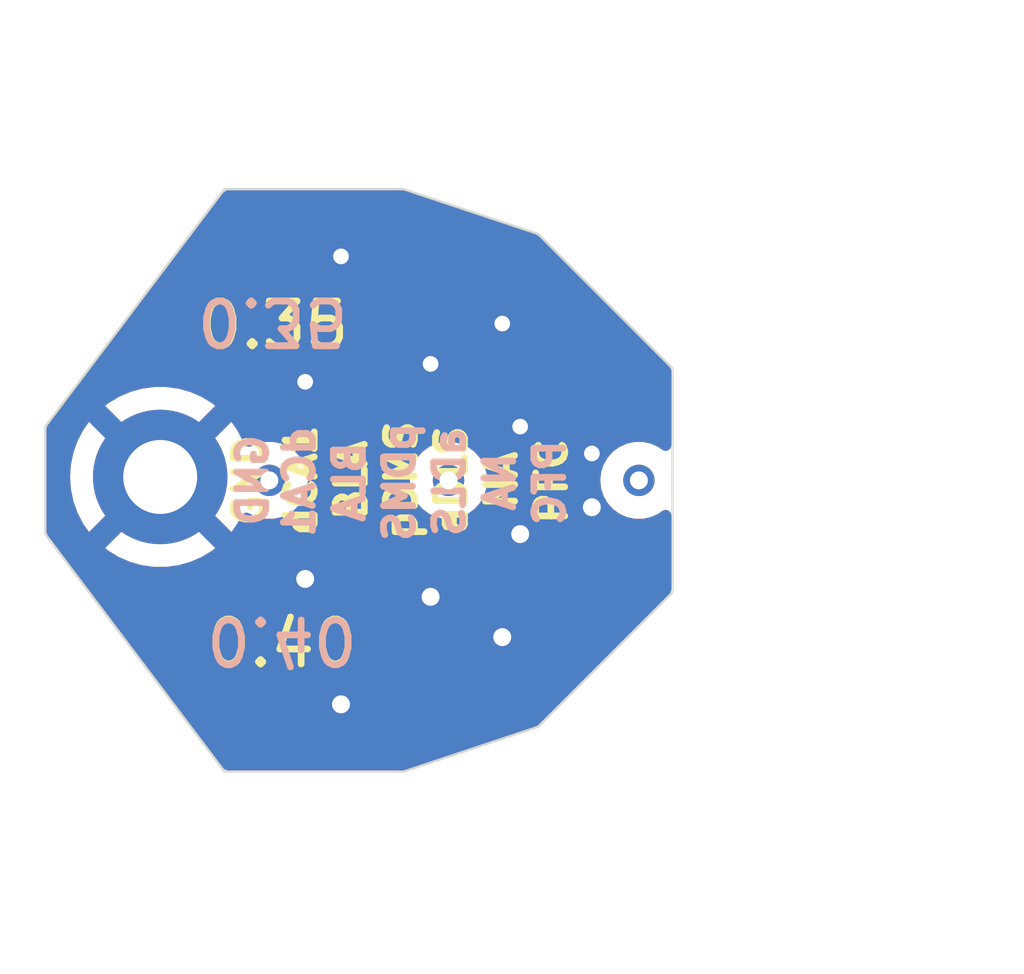
<source format=kicad_pcb>
(kicad_pcb (version 20240108) (generator "pcbnew") (generator_version "8.0")
  (layers (0 "F.Cu" signal) (31 "B.Cu" signal) (34 "B.Paste" user) (35 "F.Paste" user) (36 "B.SilkS" user "B.Silkscreen") (37 "F.SilkS" user "F.Silkscreen") (38 "B.Mask" user) (39 "F.Mask" user) (44 "Edge.Cuts" user))
  (net 0 "")
  (net 1 "GND")
  (footprint "" (layer "F.Cu") (at 151.92208 107.94588)
    (property "Reference" "" (at -6.43636 -0.0762 0) (layer "F.SilkS") (effects (font (size 1.27 1.27))))
    (property "Value" "" (at -6.43636 -0.0762 0) (layer "F.SilkS") (effects (font (size 1.27 1.27))))
    (fp_text user "PFC" (at -1.640844 -8.92556 90) (layer "F.SilkS") (effects (font (size 0.65 0.65))))
  )
  (footprint "MountingHole:MountingHole_2.2mm_M2" (layer "F.Cu") (at 141.54364 98.9238 90)
    (property "Reference" "GND" (hide yes))
    (property "Value" "MountingHole_Pad")
    (pad "1" thru_hole circle (at 0 0 90) (size 3 3) (drill 1.65) (layers "*.Cu" "*.Mask") (net 1 "GND"))
  )
  (footprint "" (layer "F.Cu") (at 144.40876 90.12016)
    (property "Reference" "" (at 3.94208 8.94588 0) (layer "F.SilkS") (effects (font (size 1.27 1.27))))
    (property "Value" "" (at 3.94208 8.94588 0) (layer "F.SilkS") (effects (font (size 1.27 1.27))))
    (fp_text user "NA" (at 4.75403 8.87984 90) (layer "F.SilkS") (effects (font (size 0.65 0.65))))
  )
  (footprint "" (layer "F.Cu") (at 141.78748 90.2878)
    (property "Reference" "" (at 3.94208 8.94588 0) (layer "F.SilkS") (effects (font (size 1.27 1.27))))
    (property "Value" "" (at 3.94208 8.94588 0) (layer "F.SilkS") (effects (font (size 1.27 1.27))))
    (fp_text user "BLA" (at 4.019972 8.7122 90) (layer "F.SilkS") (effects (font (size 0.65 0.65))))
  )
  (footprint "" (layer "F.Cu") (at 150.0755 99.3175)
    (property "Reference" "" (at -6.43636 -0.0762 0) (layer "F.SilkS") (effects (font (size 1.27 1.27))))
    (property "Value" "" (at -6.43636 -0.0762 0) (layer "F.SilkS") (effects (font (size 1.27 1.27))))
    (fp_text user "GND" (at -6.465994 -0.3175 90) (layer "B.SilkS") (effects (font (size 0.65 0.65)) (justify mirror)))
  )
  (footprint "" (layer "F.Cu") (at 149.69704 98.928879)
    (property "Reference" "" (at 3.94208 8.94588 0) (layer "F.SilkS") (effects (font (size 1.27 1.27))))
    (property "Value" "" (at 3.94208 8.94588 0) (layer "F.SilkS") (effects (font (size 1.27 1.27))))
    (fp_text user "pDMS" (at -2.771142 0.071121 90) (layer "F.SilkS") (effects (font (size 0.65 0.65))))
  )
  (footprint "" (layer "F.Cu") (at 140.91372 90.57228)
    (property "Reference" "" (at 3.94208 8.94588 0) (layer "F.SilkS") (effects (font (size 1.27 1.27))))
    (property "Value" "" (at 3.94208 8.94588 0) (layer "F.SilkS") (effects (font (size 1.27 1.27))))
    (fp_text user "dCA1" (at 3.775286 8.42772 90) (layer "F.SilkS") (effects (font (size 0.65 0.65))))
  )
  (footprint "" (layer "F.Cu") (at 157.6828 107.5852)
    (property "Reference" "" (at -7.06628 -8.42772 0) (layer "F.SilkS") (effects (font (size 1.27 1.27))))
    (property "Value" "" (at -7.06628 -8.42772 0) (layer "F.SilkS") (effects (font (size 1.27 1.27))))
    (fp_text user "BLA" (at -11.915988 -8.54964 90) (layer "B.SilkS") (effects (font (size 0.65 0.65)) (justify mirror)))
    (fp_text user "PFC" (at -7.442204 -8.52932 90) (layer "B.SilkS") (effects (font (size 0.65 0.65)) (justify mirror)))
    (fp_text user "NA" (at -8.56065 -8.54964 90) (layer "B.SilkS") (effects (font (size 0.65 0.65)) (justify mirror)))
    (fp_text user "dCA1" (at -13.034434 -8.54964 90) (layer "B.SilkS") (effects (font (size 0.65 0.65)) (justify mirror)))
    (fp_text user "aDLS" (at -9.679096 -8.54964 90) (layer "B.SilkS") (effects (font (size 0.65 0.65)) (justify mirror)))
    (fp_text user "pDMS" (at -10.797542 -8.54964 90) (layer "B.SilkS") (effects (font (size 0.65 0.65)) (justify mirror)))
  )
  (footprint "" (layer "F.Cu") (at 144.52052 89.97284)
    (property "Reference" "" (at 3.94208 8.94588 0) (layer "F.SilkS") (effects (font (size 1.27 1.27))))
    (property "Value" "" (at 3.94208 8.94588 0) (layer "F.SilkS") (effects (font (size 1.27 1.27))))
    (fp_text user "aDLS" (at 3.523824 9.02716 90) (layer "F.SilkS") (effects (font (size 0.65 0.65))))
  )
  (footprint "" (layer "B.Cu") (at 141.376 98.619)
    (property "Reference" "" (at 2.0955 -0.3175 0) (layer "B.SilkS") (effects (font (size 1.27 1.27)) (justify mirror)))
    (property "Value" "" (at 2.0955 -0.3175 0) (layer "B.SilkS") (effects (font (size 1.27 1.27)) (justify mirror)))
    (fp_text user "GND" (at 2.159 0.381 90) (layer "F.SilkS") (effects (font (size 0.65 0.65))))
  )
  (gr_line (start 152.98 96.5) (end 152.98 101.5) (stroke (width 0.05)) (layer "Edge.Cuts"))
  (gr_line (start 149.98 93.5) (end 146.98 92.5) (stroke (width 0.05)) (layer "Edge.Cuts"))
  (gr_line (start 152.98 96.5) (end 149.98 93.5) (stroke (width 0.05)) (layer "Edge.Cuts"))
  (gr_line (start 152.98 101.5) (end 149.98 104.5) (stroke (width 0.05)) (layer "Edge.Cuts"))
  (gr_line (start 138.98 100.2) (end 142.98 105.5) (stroke (width 0.05)) (layer "Edge.Cuts"))
  (gr_line (start 138.98 100.2) (end 138.98 97.8) (stroke (width 0.05)) (layer "Edge.Cuts"))
  (gr_line (start 149.98 104.5) (end 146.98 105.5) (stroke (width 0.05)) (layer "Edge.Cuts"))
  (gr_line (start 142.98 92.5) (end 146.98 92.5) (stroke (width 0.05)) (layer "Edge.Cuts"))
  (gr_line (start 146.98 105.5) (end 142.98 105.5) (stroke (width 0.05)) (layer "Edge.Cuts"))
  (gr_line (start 138.98 97.8) (end 142.98 92.5) (stroke (width 0.05)) (layer "Edge.Cuts"))
  (gr_text "0.35" (at 144.05316 95.44908 180) (layer "B.SilkS") (effects (font (size 1 1)) (justify mirror)))
  (gr_text "0.40" (at 144.26144 102.57124 180) (layer "B.SilkS") (effects (font (size 1 1)) (justify mirror)))
  (gr_text "0.40" (at 144.26144 102.64236 0) (layer "F.SilkS") (effects (font (size 1 1))))
  (gr_text "0.35" (at 144.07348 95.54052 0) (layer "F.SilkS") (effects (font (size 1 1))))
  (via (at 147.98 99) (size 0.7) (drill 0.4) (layers "F.Cu" "B.Cu") (net 0))
  (via (at 143.98 99) (size 0.7) (drill 0.4) (layers "F.Cu" "B.Cu") (net 0))
  (via (at 152.23 99) (size 0.7) (drill 0.4) (layers "F.Cu" "B.Cu") (net 0))
  (via (at 144.78 101.2) (size 0.7) (drill 0.4) (layers "F.Cu" "B.Cu") (net 1))
  (via (at 149.58 100.2) (size 0.7) (drill 0.4) (layers "F.Cu" "B.Cu") (net 1))
  (via (at 147.58 101.6) (size 0.7) (drill 0.4) (layers "F.Cu" "B.Cu") (net 1))
  (via (at 149.18 102.5) (size 0.7) (drill 0.4) (layers "F.Cu" "B.Cu") (net 1))
  (via (at 145.58 104) (size 0.7) (drill 0.4) (layers "F.Cu" "B.Cu") (net 1))
  (via (at 151.18 99.6) (size 0.7) (drill 0.4) (layers "F.Cu" "B.Cu") (net 1))
  (via (at 145.58 94) (size 0.7) (drill 0.35) (layers "F.Cu" "B.Cu") (net 1))
  (via (at 149.18 95.5) (size 0.7) (drill 0.35) (layers "F.Cu" "B.Cu") (net 1))
  (via (at 147.58 96.4) (size 0.7) (drill 0.35) (layers "F.Cu" "B.Cu") (net 1))
  (via (at 149.58 97.8) (size 0.7) (drill 0.35) (layers "F.Cu" "B.Cu") (net 1))
  (via (at 144.78 96.8) (size 0.7) (drill 0.35) (layers "F.Cu" "B.Cu") (net 1))
  (via (at 151.18 98.4) (size 0.7) (drill 0.35) (layers "F.Cu" "B.Cu") (net 1))
  (zone (net 1) (net_name "GND") (layer "F.Cu") (connect_pads (clearance 0.508)) (min_thickness 0.254) (fill yes (thermal_gap 0.508) (thermal_bridge_width 0.508))
    (polygon (pts (xy 155.8286 101.81432) (xy 146.94368 108.58088) (xy 139.229132 107.688204) (xy 138.37372 94.09272) (xy 137.96732 90.86184) (xy 138.12988 91.02948) (xy 152.10496 90.364)))
    (polygon (pts (xy 139.229132 107.688204) (xy 139.23224 107.7376) (xy 139.217 107.6868)))
  )
  (zone (net 1) (net_name "GND") (layer "B.Cu") (connect_pads (clearance 0.508)) (min_thickness 0.254) (fill yes (thermal_gap 0.508) (thermal_bridge_width 0.508))
    (polygon (pts (xy 160.84764 93.19356) (xy 159.61828 106.81304) (xy 142.2142 110.0236) (xy 138.13242 101.24282) (xy 138.6455 89.06606) (xy 139.51672 88.87048) (xy 141.0458 88.27612)))
  )
)
</source>
